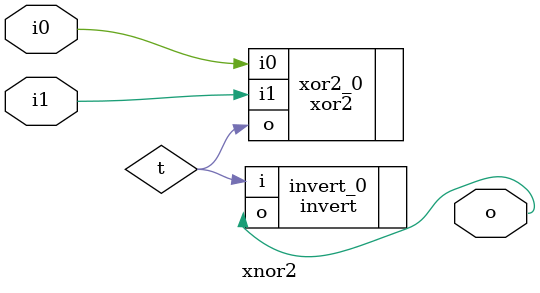
<source format=v>
module xnor2 (
    input wire i0,       // in operand i0
    input wire i1,       // in operand i1
    
    output wire o        // out signal o
);

    wire t;

    xor2 xor2_0 (
        .i0(i0),
        .i1(i1),
        .o(t)
    ); // Module

    invert invert_0 (
        .i(t),
        .o(o)
    ); // Module

endmodule
</source>
